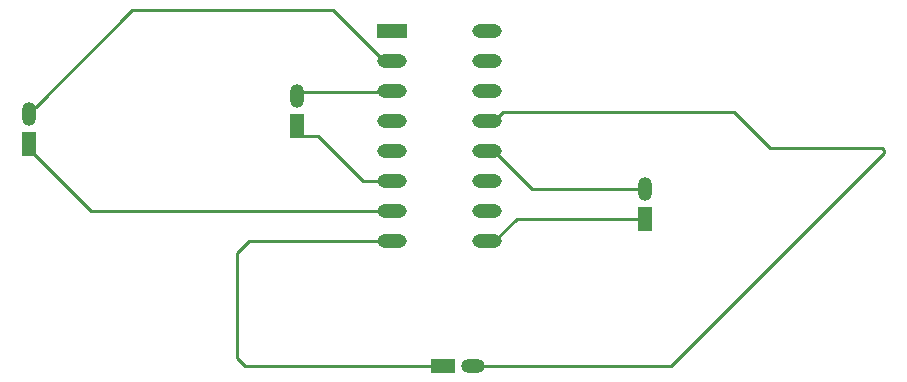
<source format=gbr>
%TF.GenerationSoftware,Altium Limited,Altium Designer,24.3.1 (35)*%
G04 Layer_Physical_Order=1*
G04 Layer_Color=255*
%FSLAX45Y45*%
%MOMM*%
%TF.SameCoordinates,C12ACCCC-6258-4ABC-958C-20978443E832*%
%TF.FilePolarity,Positive*%
%TF.FileFunction,Copper,L1,Top,Signal*%
%TF.Part,Single*%
G01*
G75*
%TA.AperFunction,Conductor*%
%ADD10C,0.25400*%
%TA.AperFunction,ComponentPad*%
%ADD11R,1.20000X2.00000*%
%ADD12O,1.20000X2.00000*%
%ADD13R,2.50000X1.20000*%
%ADD14O,2.50000X1.20000*%
%ADD15R,2.00000X1.20000*%
%ADD16O,2.00000X1.20000*%
D10*
X6007100Y7812201D02*
X6050799Y7855901D01*
X6883400Y8674100D02*
X8583700D01*
X6007100Y7797800D02*
Y7812201D01*
X6050799Y7855901D02*
X6065201D01*
X6883400Y8674100D01*
X8583700D02*
X9015500Y8242300D01*
X9080500D01*
X8327700Y7608900D02*
X8458451D01*
X8841051Y7226300D01*
X8280400Y7656200D02*
Y7696200D01*
Y7656200D02*
X8327700Y7608900D01*
X8841051Y7226300D02*
X9080500D01*
X9075100Y7982900D02*
X9080500Y7988300D01*
X8313100Y7982900D02*
X9075100D01*
X8280400Y7950200D02*
X8313100Y7982900D01*
X6007100Y7503800D02*
Y7543800D01*
X6538600Y6972300D02*
X9080500D01*
X6007100Y7503800D02*
X6538600Y6972300D01*
X7772400Y6616700D02*
X7874000Y6718300D01*
X9080500D01*
X7772400Y5727700D02*
Y6616700D01*
Y5727700D02*
X7835900Y5664200D01*
X9512300D01*
X9884298Y7734300D02*
X9949298D01*
X10025498Y7810500D01*
X11976100D01*
X12280900Y7505700D01*
X13248279Y7469779D02*
Y7490821D01*
X13233400Y7505700D02*
X13248279Y7490821D01*
X12280900Y7505700D02*
X13233400D01*
X11442700Y5664200D02*
X13248279Y7469779D01*
X9766300Y5664200D02*
X11442700D01*
X9949298Y6718300D02*
X10139798Y6908800D01*
X11226800D01*
X9884298Y6718300D02*
X9949298D01*
Y7480300D02*
X10266798Y7162800D01*
X9884298Y7480300D02*
X9949298D01*
X10266798Y7162800D02*
X11226800D01*
D11*
X8280400Y7696200D02*
D03*
X11226800Y6908800D02*
D03*
X6007100Y7543800D02*
D03*
D12*
X8280400Y7950200D02*
D03*
X11226800Y7162800D02*
D03*
X6007100Y7797800D02*
D03*
D13*
X9080500Y8496300D02*
D03*
D14*
Y8242300D02*
D03*
Y7988300D02*
D03*
Y7734300D02*
D03*
Y7480300D02*
D03*
Y7226300D02*
D03*
Y6972300D02*
D03*
Y6718300D02*
D03*
X9884298Y8242300D02*
D03*
Y7988300D02*
D03*
Y7734300D02*
D03*
Y7480300D02*
D03*
Y7226300D02*
D03*
Y6972300D02*
D03*
Y6718300D02*
D03*
Y8496300D02*
D03*
D15*
X9512300Y5664200D02*
D03*
D16*
X9766300D02*
D03*
%TF.MD5,07d10db8f5907040e15e818c206a606f*%
M02*

</source>
